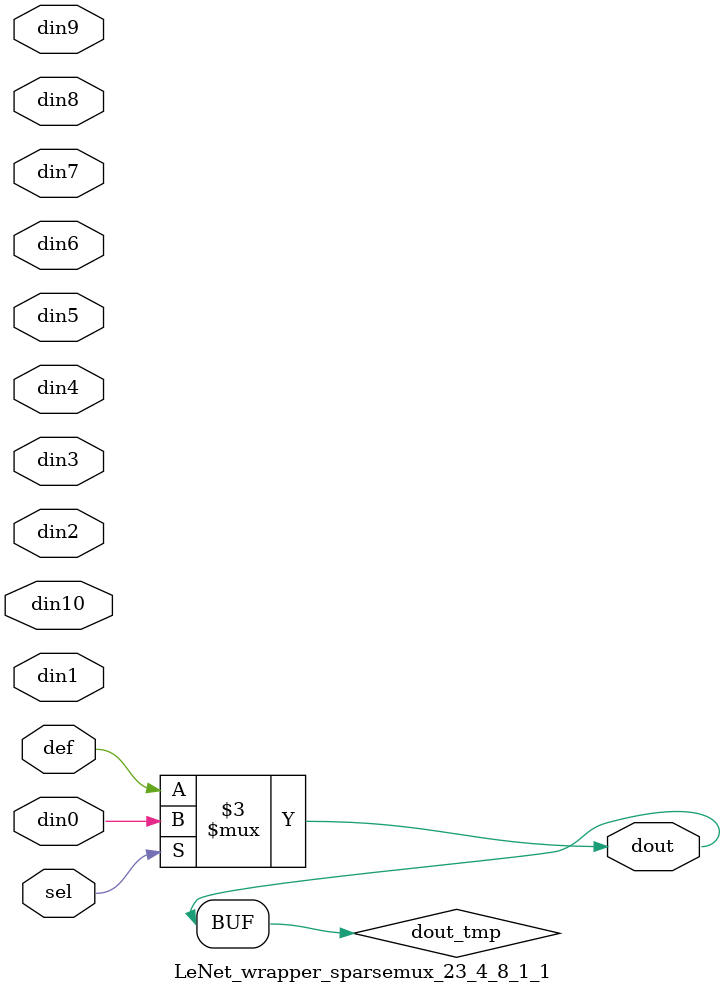
<source format=v>
`timescale 1ns / 1ps

module LeNet_wrapper_sparsemux_23_4_8_1_1 (din0,din1,din2,din3,din4,din5,din6,din7,din8,din9,din10,def,sel,dout);

parameter din0_WIDTH = 1;

parameter din1_WIDTH = 1;

parameter din2_WIDTH = 1;

parameter din3_WIDTH = 1;

parameter din4_WIDTH = 1;

parameter din5_WIDTH = 1;

parameter din6_WIDTH = 1;

parameter din7_WIDTH = 1;

parameter din8_WIDTH = 1;

parameter din9_WIDTH = 1;

parameter din10_WIDTH = 1;

parameter def_WIDTH = 1;
parameter sel_WIDTH = 1;
parameter dout_WIDTH = 1;

parameter [sel_WIDTH-1:0] CASE0 = 1;

parameter [sel_WIDTH-1:0] CASE1 = 1;

parameter [sel_WIDTH-1:0] CASE2 = 1;

parameter [sel_WIDTH-1:0] CASE3 = 1;

parameter [sel_WIDTH-1:0] CASE4 = 1;

parameter [sel_WIDTH-1:0] CASE5 = 1;

parameter [sel_WIDTH-1:0] CASE6 = 1;

parameter [sel_WIDTH-1:0] CASE7 = 1;

parameter [sel_WIDTH-1:0] CASE8 = 1;

parameter [sel_WIDTH-1:0] CASE9 = 1;

parameter [sel_WIDTH-1:0] CASE10 = 1;

parameter ID = 1;
parameter NUM_STAGE = 1;



input [din0_WIDTH-1:0] din0;

input [din1_WIDTH-1:0] din1;

input [din2_WIDTH-1:0] din2;

input [din3_WIDTH-1:0] din3;

input [din4_WIDTH-1:0] din4;

input [din5_WIDTH-1:0] din5;

input [din6_WIDTH-1:0] din6;

input [din7_WIDTH-1:0] din7;

input [din8_WIDTH-1:0] din8;

input [din9_WIDTH-1:0] din9;

input [din10_WIDTH-1:0] din10;

input [def_WIDTH-1:0] def;
input [sel_WIDTH-1:0] sel;

output [dout_WIDTH-1:0] dout;



reg [dout_WIDTH-1:0] dout_tmp;

always @ (*) begin
case (sel)
    
    CASE0 : dout_tmp = din0;
    
    CASE1 : dout_tmp = din1;
    
    CASE2 : dout_tmp = din2;
    
    CASE3 : dout_tmp = din3;
    
    CASE4 : dout_tmp = din4;
    
    CASE5 : dout_tmp = din5;
    
    CASE6 : dout_tmp = din6;
    
    CASE7 : dout_tmp = din7;
    
    CASE8 : dout_tmp = din8;
    
    CASE9 : dout_tmp = din9;
    
    CASE10 : dout_tmp = din10;
    
    default : dout_tmp = def;
endcase
end


assign dout = dout_tmp;



endmodule

</source>
